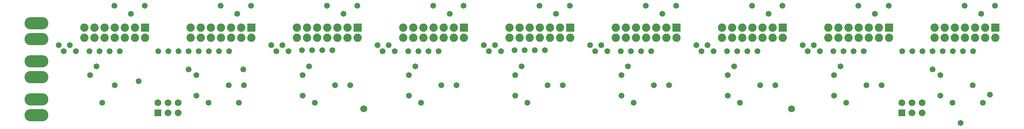
<source format=gbs>
%FSTAX24Y24*%
%MOIN*%
%SFA1B1*%

%IPPOS*%
%ADD32R,0.067100X0.067100*%
%ADD33C,0.067100*%
%ADD34C,0.082000*%
%ADD35R,0.082000X0.082000*%
%ADD36C,0.068000*%
%ADD37O,0.236000X0.122000*%
%ADD38C,0.058000*%
%LNregistradores-1*%
%LPD*%
G54D32*
X0148Y0016D03*
X0883D03*
G54D33*
X0148Y0026D03*
X0158Y0016D03*
Y0026D03*
X0168Y0016D03*
Y0026D03*
X0883D03*
X0893Y0016D03*
Y0026D03*
X0903Y0016D03*
Y0026D03*
G54D34*
X09155Y00905D03*
Y01005D03*
X09255Y00905D03*
Y01005D03*
X09355Y00905D03*
Y01005D03*
X09455Y00905D03*
Y01005D03*
X09555Y00905D03*
Y01005D03*
X09655Y00905D03*
Y01005D03*
X09755Y00905D03*
X08105D03*
Y01005D03*
X08205Y00905D03*
Y01005D03*
X08305Y00905D03*
Y01005D03*
X08405Y00905D03*
Y01005D03*
X08505Y00905D03*
Y01005D03*
X08605Y00905D03*
Y01005D03*
X08705Y00905D03*
X07055D03*
Y01005D03*
X07155Y00905D03*
Y01005D03*
X07255Y00905D03*
Y01005D03*
X07355Y00905D03*
Y01005D03*
X07455Y00905D03*
Y01005D03*
X07555Y00905D03*
Y01005D03*
X07655Y00905D03*
X06005D03*
Y01005D03*
X06105Y00905D03*
Y01005D03*
X06205Y00905D03*
Y01005D03*
X06305Y00905D03*
Y01005D03*
X06405Y00905D03*
Y01005D03*
X06505Y00905D03*
Y01005D03*
X06605Y00905D03*
X04955D03*
Y01005D03*
X05055Y00905D03*
Y01005D03*
X05155Y00905D03*
Y01005D03*
X05255Y00905D03*
Y01005D03*
X05355Y00905D03*
Y01005D03*
X05455Y00905D03*
Y01005D03*
X05555Y00905D03*
X03905D03*
Y01005D03*
X04005Y00905D03*
Y01005D03*
X04105Y00905D03*
Y01005D03*
X04205Y00905D03*
Y01005D03*
X04305Y00905D03*
Y01005D03*
X04405Y00905D03*
Y01005D03*
X04505Y00905D03*
X02855D03*
Y01005D03*
X02955Y00905D03*
Y01005D03*
X03055Y00905D03*
Y01005D03*
X03155Y00905D03*
Y01005D03*
X03255Y00905D03*
Y01005D03*
X03355Y00905D03*
Y01005D03*
X03455Y00905D03*
X00755D03*
Y01005D03*
X00855Y00905D03*
Y01005D03*
X00955Y00905D03*
Y01005D03*
X01055Y00905D03*
Y01005D03*
X01155Y00905D03*
Y01005D03*
X01255Y00905D03*
Y01005D03*
X01355Y00905D03*
X01805D03*
Y01005D03*
X01905Y00905D03*
Y01005D03*
X02005Y00905D03*
Y01005D03*
X02105Y00905D03*
Y01005D03*
X02205Y00905D03*
Y01005D03*
X02305Y00905D03*
Y01005D03*
X02405Y00905D03*
G54D35*
X09755Y01005D03*
X08705D03*
X07655D03*
X06605D03*
X05555D03*
X04505D03*
X03455D03*
X01355D03*
X02405D03*
G54D36*
X0774Y002D03*
X03515D03*
G54D37*
X0028Y00293D03*
Y00137D03*
Y006705D03*
Y005145D03*
Y01048D03*
Y00892D03*
G54D38*
X02325Y0059D03*
X08225Y0062D03*
X07175D03*
X06125D03*
X05075D03*
X0228Y0026D03*
X0093D03*
X01055Y00435D03*
X0055Y0077D03*
X005Y0083D03*
X0067Y0077D03*
X0061Y0083D03*
X0941Y0006D03*
X0933Y0026D03*
X0828D03*
X0723D03*
X0618D03*
X0513D03*
X0408D03*
X079Y0077D03*
X0785Y0083D03*
X0802Y0077D03*
X0796Y0083D03*
X0685Y0077D03*
X068Y0083D03*
X0697Y0077D03*
X0691Y0083D03*
X058Y0077D03*
X0575Y0083D03*
X0592Y0077D03*
X0586Y0083D03*
X0475Y0077D03*
X047Y0083D03*
X0487Y0077D03*
X0481Y0083D03*
X037Y0077D03*
X0365Y0083D03*
X0382Y0077D03*
X0376Y0083D03*
X09615Y0114D03*
X0945Y0122D03*
X0975D03*
X08565Y0114D03*
X084Y0122D03*
X087D03*
X07515Y0114D03*
X0735Y0122D03*
X0765D03*
X06465Y0114D03*
X063Y0122D03*
X066D03*
X05415Y0114D03*
X0525Y0122D03*
X0555D03*
X04365Y0114D03*
X042Y0122D03*
X045D03*
X01215Y0114D03*
X0105Y0122D03*
X0135D03*
X02265Y0114D03*
X021Y0122D03*
X024D03*
X04025Y0062D03*
X0186Y0033D03*
X0921D03*
X0816D03*
X0711D03*
X0606D03*
X0501D03*
X0396D03*
X0345Y0122D03*
X0315D03*
X0271Y0083D03*
X0277Y0077D03*
X02975Y0062D03*
X0291Y0033D03*
X0303Y0026D03*
X026Y0083D03*
X0265Y0077D03*
X00805D03*
X00905D03*
X01005D03*
X01105D03*
X09235D03*
X09335D03*
X09435D03*
X09535D03*
X08155D03*
X08255D03*
X08355D03*
X08455D03*
X07105D03*
X07205D03*
X07305D03*
X07405D03*
X06055D03*
X06155D03*
X06255D03*
X06355D03*
X05005Y0078D03*
X05105D03*
X05205D03*
X05305D03*
X03955Y0077D03*
X04055D03*
X04155D03*
X04255D03*
X02905Y0078D03*
X03005D03*
X03105D03*
X03205D03*
X0081Y00535D03*
X0186D03*
X0291D03*
X0396D03*
X0501D03*
X0606D03*
X0711D03*
X0816D03*
X0921D03*
X0218Y00435D03*
X0129Y00475D03*
X0233Y00435D03*
X0323D03*
X0428D03*
X0338D03*
X0533D03*
X0443D03*
X0638D03*
X0548D03*
X0743D03*
X0653D03*
X0848D03*
X0758D03*
X0953D03*
X0863D03*
X097Y0034D03*
X0198Y0026D03*
X09035Y0077D03*
X09135D03*
X08835D03*
X08935D03*
X0963Y0026D03*
X01585Y0077D03*
X01485D03*
X01785D03*
X01685D03*
X02185D03*
X02085D03*
X01985D03*
X01885D03*
X00875Y0062D03*
X09135Y0059D03*
X01785D03*
X03315Y0114D03*
M02*
</source>
